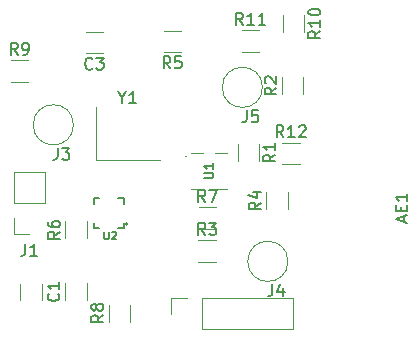
<source format=gbr>
%TF.GenerationSoftware,KiCad,Pcbnew,9.0.0*%
%TF.CreationDate,2025-03-07T11:03:18+01:00*%
%TF.ProjectId,PCB_rigide,5043425f-7269-4676-9964-652e6b696361,rev?*%
%TF.SameCoordinates,Original*%
%TF.FileFunction,Legend,Top*%
%TF.FilePolarity,Positive*%
%FSLAX46Y46*%
G04 Gerber Fmt 4.6, Leading zero omitted, Abs format (unit mm)*
G04 Created by KiCad (PCBNEW 9.0.0) date 2025-03-07 11:03:18*
%MOMM*%
%LPD*%
G01*
G04 APERTURE LIST*
%ADD10C,0.150000*%
%ADD11C,0.120000*%
%ADD12C,0.127000*%
%ADD13C,0.100000*%
G04 APERTURE END LIST*
D10*
X84059666Y-37387819D02*
X84059666Y-38102104D01*
X84059666Y-38102104D02*
X84012047Y-38244961D01*
X84012047Y-38244961D02*
X83916809Y-38340200D01*
X83916809Y-38340200D02*
X83773952Y-38387819D01*
X83773952Y-38387819D02*
X83678714Y-38387819D01*
X84440619Y-37387819D02*
X85059666Y-37387819D01*
X85059666Y-37387819D02*
X84726333Y-37768771D01*
X84726333Y-37768771D02*
X84869190Y-37768771D01*
X84869190Y-37768771D02*
X84964428Y-37816390D01*
X84964428Y-37816390D02*
X85012047Y-37864009D01*
X85012047Y-37864009D02*
X85059666Y-37959247D01*
X85059666Y-37959247D02*
X85059666Y-38197342D01*
X85059666Y-38197342D02*
X85012047Y-38292580D01*
X85012047Y-38292580D02*
X84964428Y-38340200D01*
X84964428Y-38340200D02*
X84869190Y-38387819D01*
X84869190Y-38387819D02*
X84583476Y-38387819D01*
X84583476Y-38387819D02*
X84488238Y-38340200D01*
X84488238Y-38340200D02*
X84440619Y-38292580D01*
X103177642Y-36480819D02*
X102844309Y-36004628D01*
X102606214Y-36480819D02*
X102606214Y-35480819D01*
X102606214Y-35480819D02*
X102987166Y-35480819D01*
X102987166Y-35480819D02*
X103082404Y-35528438D01*
X103082404Y-35528438D02*
X103130023Y-35576057D01*
X103130023Y-35576057D02*
X103177642Y-35671295D01*
X103177642Y-35671295D02*
X103177642Y-35814152D01*
X103177642Y-35814152D02*
X103130023Y-35909390D01*
X103130023Y-35909390D02*
X103082404Y-35957009D01*
X103082404Y-35957009D02*
X102987166Y-36004628D01*
X102987166Y-36004628D02*
X102606214Y-36004628D01*
X104130023Y-36480819D02*
X103558595Y-36480819D01*
X103844309Y-36480819D02*
X103844309Y-35480819D01*
X103844309Y-35480819D02*
X103749071Y-35623676D01*
X103749071Y-35623676D02*
X103653833Y-35718914D01*
X103653833Y-35718914D02*
X103558595Y-35766533D01*
X104510976Y-35576057D02*
X104558595Y-35528438D01*
X104558595Y-35528438D02*
X104653833Y-35480819D01*
X104653833Y-35480819D02*
X104891928Y-35480819D01*
X104891928Y-35480819D02*
X104987166Y-35528438D01*
X104987166Y-35528438D02*
X105034785Y-35576057D01*
X105034785Y-35576057D02*
X105082404Y-35671295D01*
X105082404Y-35671295D02*
X105082404Y-35766533D01*
X105082404Y-35766533D02*
X105034785Y-35909390D01*
X105034785Y-35909390D02*
X104463357Y-36480819D01*
X104463357Y-36480819D02*
X105082404Y-36480819D01*
X113386104Y-43630666D02*
X113386104Y-43154476D01*
X113671819Y-43725904D02*
X112671819Y-43392571D01*
X112671819Y-43392571D02*
X113671819Y-43059238D01*
X113148009Y-42725904D02*
X113148009Y-42392571D01*
X113671819Y-42249714D02*
X113671819Y-42725904D01*
X113671819Y-42725904D02*
X112671819Y-42725904D01*
X112671819Y-42725904D02*
X112671819Y-42249714D01*
X113671819Y-41297333D02*
X113671819Y-41868761D01*
X113671819Y-41583047D02*
X112671819Y-41583047D01*
X112671819Y-41583047D02*
X112814676Y-41678285D01*
X112814676Y-41678285D02*
X112909914Y-41773523D01*
X112909914Y-41773523D02*
X112957533Y-41868761D01*
X106287819Y-27505357D02*
X105811628Y-27838690D01*
X106287819Y-28076785D02*
X105287819Y-28076785D01*
X105287819Y-28076785D02*
X105287819Y-27695833D01*
X105287819Y-27695833D02*
X105335438Y-27600595D01*
X105335438Y-27600595D02*
X105383057Y-27552976D01*
X105383057Y-27552976D02*
X105478295Y-27505357D01*
X105478295Y-27505357D02*
X105621152Y-27505357D01*
X105621152Y-27505357D02*
X105716390Y-27552976D01*
X105716390Y-27552976D02*
X105764009Y-27600595D01*
X105764009Y-27600595D02*
X105811628Y-27695833D01*
X105811628Y-27695833D02*
X105811628Y-28076785D01*
X106287819Y-26552976D02*
X106287819Y-27124404D01*
X106287819Y-26838690D02*
X105287819Y-26838690D01*
X105287819Y-26838690D02*
X105430676Y-26933928D01*
X105430676Y-26933928D02*
X105525914Y-27029166D01*
X105525914Y-27029166D02*
X105573533Y-27124404D01*
X105287819Y-25933928D02*
X105287819Y-25838690D01*
X105287819Y-25838690D02*
X105335438Y-25743452D01*
X105335438Y-25743452D02*
X105383057Y-25695833D01*
X105383057Y-25695833D02*
X105478295Y-25648214D01*
X105478295Y-25648214D02*
X105668771Y-25600595D01*
X105668771Y-25600595D02*
X105906866Y-25600595D01*
X105906866Y-25600595D02*
X106097342Y-25648214D01*
X106097342Y-25648214D02*
X106192580Y-25695833D01*
X106192580Y-25695833D02*
X106240200Y-25743452D01*
X106240200Y-25743452D02*
X106287819Y-25838690D01*
X106287819Y-25838690D02*
X106287819Y-25933928D01*
X106287819Y-25933928D02*
X106240200Y-26029166D01*
X106240200Y-26029166D02*
X106192580Y-26076785D01*
X106192580Y-26076785D02*
X106097342Y-26124404D01*
X106097342Y-26124404D02*
X105906866Y-26172023D01*
X105906866Y-26172023D02*
X105668771Y-26172023D01*
X105668771Y-26172023D02*
X105478295Y-26124404D01*
X105478295Y-26124404D02*
X105383057Y-26076785D01*
X105383057Y-26076785D02*
X105335438Y-26029166D01*
X105335438Y-26029166D02*
X105287819Y-25933928D01*
X101250819Y-42015166D02*
X100774628Y-42348499D01*
X101250819Y-42586594D02*
X100250819Y-42586594D01*
X100250819Y-42586594D02*
X100250819Y-42205642D01*
X100250819Y-42205642D02*
X100298438Y-42110404D01*
X100298438Y-42110404D02*
X100346057Y-42062785D01*
X100346057Y-42062785D02*
X100441295Y-42015166D01*
X100441295Y-42015166D02*
X100584152Y-42015166D01*
X100584152Y-42015166D02*
X100679390Y-42062785D01*
X100679390Y-42062785D02*
X100727009Y-42110404D01*
X100727009Y-42110404D02*
X100774628Y-42205642D01*
X100774628Y-42205642D02*
X100774628Y-42586594D01*
X100584152Y-41158023D02*
X101250819Y-41158023D01*
X100203200Y-41396118D02*
X100917485Y-41634213D01*
X100917485Y-41634213D02*
X100917485Y-41015166D01*
X102477819Y-37947166D02*
X102001628Y-38280499D01*
X102477819Y-38518594D02*
X101477819Y-38518594D01*
X101477819Y-38518594D02*
X101477819Y-38137642D01*
X101477819Y-38137642D02*
X101525438Y-38042404D01*
X101525438Y-38042404D02*
X101573057Y-37994785D01*
X101573057Y-37994785D02*
X101668295Y-37947166D01*
X101668295Y-37947166D02*
X101811152Y-37947166D01*
X101811152Y-37947166D02*
X101906390Y-37994785D01*
X101906390Y-37994785D02*
X101954009Y-38042404D01*
X101954009Y-38042404D02*
X102001628Y-38137642D01*
X102001628Y-38137642D02*
X102001628Y-38518594D01*
X102477819Y-36994785D02*
X102477819Y-37566213D01*
X102477819Y-37280499D02*
X101477819Y-37280499D01*
X101477819Y-37280499D02*
X101620676Y-37375737D01*
X101620676Y-37375737D02*
X101715914Y-37470975D01*
X101715914Y-37470975D02*
X101763533Y-37566213D01*
X80666833Y-29495819D02*
X80333500Y-29019628D01*
X80095405Y-29495819D02*
X80095405Y-28495819D01*
X80095405Y-28495819D02*
X80476357Y-28495819D01*
X80476357Y-28495819D02*
X80571595Y-28543438D01*
X80571595Y-28543438D02*
X80619214Y-28591057D01*
X80619214Y-28591057D02*
X80666833Y-28686295D01*
X80666833Y-28686295D02*
X80666833Y-28829152D01*
X80666833Y-28829152D02*
X80619214Y-28924390D01*
X80619214Y-28924390D02*
X80571595Y-28972009D01*
X80571595Y-28972009D02*
X80476357Y-29019628D01*
X80476357Y-29019628D02*
X80095405Y-29019628D01*
X81143024Y-29495819D02*
X81333500Y-29495819D01*
X81333500Y-29495819D02*
X81428738Y-29448200D01*
X81428738Y-29448200D02*
X81476357Y-29400580D01*
X81476357Y-29400580D02*
X81571595Y-29257723D01*
X81571595Y-29257723D02*
X81619214Y-29067247D01*
X81619214Y-29067247D02*
X81619214Y-28686295D01*
X81619214Y-28686295D02*
X81571595Y-28591057D01*
X81571595Y-28591057D02*
X81523976Y-28543438D01*
X81523976Y-28543438D02*
X81428738Y-28495819D01*
X81428738Y-28495819D02*
X81238262Y-28495819D01*
X81238262Y-28495819D02*
X81143024Y-28543438D01*
X81143024Y-28543438D02*
X81095405Y-28591057D01*
X81095405Y-28591057D02*
X81047786Y-28686295D01*
X81047786Y-28686295D02*
X81047786Y-28924390D01*
X81047786Y-28924390D02*
X81095405Y-29019628D01*
X81095405Y-29019628D02*
X81143024Y-29067247D01*
X81143024Y-29067247D02*
X81238262Y-29114866D01*
X81238262Y-29114866D02*
X81428738Y-29114866D01*
X81428738Y-29114866D02*
X81523976Y-29067247D01*
X81523976Y-29067247D02*
X81571595Y-29019628D01*
X81571595Y-29019628D02*
X81619214Y-28924390D01*
X84107580Y-49735166D02*
X84155200Y-49782785D01*
X84155200Y-49782785D02*
X84202819Y-49925642D01*
X84202819Y-49925642D02*
X84202819Y-50020880D01*
X84202819Y-50020880D02*
X84155200Y-50163737D01*
X84155200Y-50163737D02*
X84059961Y-50258975D01*
X84059961Y-50258975D02*
X83964723Y-50306594D01*
X83964723Y-50306594D02*
X83774247Y-50354213D01*
X83774247Y-50354213D02*
X83631390Y-50354213D01*
X83631390Y-50354213D02*
X83440914Y-50306594D01*
X83440914Y-50306594D02*
X83345676Y-50258975D01*
X83345676Y-50258975D02*
X83250438Y-50163737D01*
X83250438Y-50163737D02*
X83202819Y-50020880D01*
X83202819Y-50020880D02*
X83202819Y-49925642D01*
X83202819Y-49925642D02*
X83250438Y-49782785D01*
X83250438Y-49782785D02*
X83298057Y-49735166D01*
X84202819Y-48782785D02*
X84202819Y-49354213D01*
X84202819Y-49068499D02*
X83202819Y-49068499D01*
X83202819Y-49068499D02*
X83345676Y-49163737D01*
X83345676Y-49163737D02*
X83440914Y-49258975D01*
X83440914Y-49258975D02*
X83488533Y-49354213D01*
X87915819Y-51540166D02*
X87439628Y-51873499D01*
X87915819Y-52111594D02*
X86915819Y-52111594D01*
X86915819Y-52111594D02*
X86915819Y-51730642D01*
X86915819Y-51730642D02*
X86963438Y-51635404D01*
X86963438Y-51635404D02*
X87011057Y-51587785D01*
X87011057Y-51587785D02*
X87106295Y-51540166D01*
X87106295Y-51540166D02*
X87249152Y-51540166D01*
X87249152Y-51540166D02*
X87344390Y-51587785D01*
X87344390Y-51587785D02*
X87392009Y-51635404D01*
X87392009Y-51635404D02*
X87439628Y-51730642D01*
X87439628Y-51730642D02*
X87439628Y-52111594D01*
X87344390Y-50968737D02*
X87296771Y-51063975D01*
X87296771Y-51063975D02*
X87249152Y-51111594D01*
X87249152Y-51111594D02*
X87153914Y-51159213D01*
X87153914Y-51159213D02*
X87106295Y-51159213D01*
X87106295Y-51159213D02*
X87011057Y-51111594D01*
X87011057Y-51111594D02*
X86963438Y-51063975D01*
X86963438Y-51063975D02*
X86915819Y-50968737D01*
X86915819Y-50968737D02*
X86915819Y-50778261D01*
X86915819Y-50778261D02*
X86963438Y-50683023D01*
X86963438Y-50683023D02*
X87011057Y-50635404D01*
X87011057Y-50635404D02*
X87106295Y-50587785D01*
X87106295Y-50587785D02*
X87153914Y-50587785D01*
X87153914Y-50587785D02*
X87249152Y-50635404D01*
X87249152Y-50635404D02*
X87296771Y-50683023D01*
X87296771Y-50683023D02*
X87344390Y-50778261D01*
X87344390Y-50778261D02*
X87344390Y-50968737D01*
X87344390Y-50968737D02*
X87392009Y-51063975D01*
X87392009Y-51063975D02*
X87439628Y-51111594D01*
X87439628Y-51111594D02*
X87534866Y-51159213D01*
X87534866Y-51159213D02*
X87725342Y-51159213D01*
X87725342Y-51159213D02*
X87820580Y-51111594D01*
X87820580Y-51111594D02*
X87868200Y-51063975D01*
X87868200Y-51063975D02*
X87915819Y-50968737D01*
X87915819Y-50968737D02*
X87915819Y-50778261D01*
X87915819Y-50778261D02*
X87868200Y-50683023D01*
X87868200Y-50683023D02*
X87820580Y-50635404D01*
X87820580Y-50635404D02*
X87725342Y-50587785D01*
X87725342Y-50587785D02*
X87534866Y-50587785D01*
X87534866Y-50587785D02*
X87439628Y-50635404D01*
X87439628Y-50635404D02*
X87392009Y-50683023D01*
X87392009Y-50683023D02*
X87344390Y-50778261D01*
X84232819Y-44489666D02*
X83756628Y-44822999D01*
X84232819Y-45061094D02*
X83232819Y-45061094D01*
X83232819Y-45061094D02*
X83232819Y-44680142D01*
X83232819Y-44680142D02*
X83280438Y-44584904D01*
X83280438Y-44584904D02*
X83328057Y-44537285D01*
X83328057Y-44537285D02*
X83423295Y-44489666D01*
X83423295Y-44489666D02*
X83566152Y-44489666D01*
X83566152Y-44489666D02*
X83661390Y-44537285D01*
X83661390Y-44537285D02*
X83709009Y-44584904D01*
X83709009Y-44584904D02*
X83756628Y-44680142D01*
X83756628Y-44680142D02*
X83756628Y-45061094D01*
X83232819Y-43632523D02*
X83232819Y-43822999D01*
X83232819Y-43822999D02*
X83280438Y-43918237D01*
X83280438Y-43918237D02*
X83328057Y-43965856D01*
X83328057Y-43965856D02*
X83470914Y-44061094D01*
X83470914Y-44061094D02*
X83661390Y-44108713D01*
X83661390Y-44108713D02*
X84042342Y-44108713D01*
X84042342Y-44108713D02*
X84137580Y-44061094D01*
X84137580Y-44061094D02*
X84185200Y-44013475D01*
X84185200Y-44013475D02*
X84232819Y-43918237D01*
X84232819Y-43918237D02*
X84232819Y-43727761D01*
X84232819Y-43727761D02*
X84185200Y-43632523D01*
X84185200Y-43632523D02*
X84137580Y-43584904D01*
X84137580Y-43584904D02*
X84042342Y-43537285D01*
X84042342Y-43537285D02*
X83804247Y-43537285D01*
X83804247Y-43537285D02*
X83709009Y-43584904D01*
X83709009Y-43584904D02*
X83661390Y-43632523D01*
X83661390Y-43632523D02*
X83613771Y-43727761D01*
X83613771Y-43727761D02*
X83613771Y-43918237D01*
X83613771Y-43918237D02*
X83661390Y-44013475D01*
X83661390Y-44013475D02*
X83709009Y-44061094D01*
X83709009Y-44061094D02*
X83804247Y-44108713D01*
X96545833Y-41941819D02*
X96212500Y-41465628D01*
X95974405Y-41941819D02*
X95974405Y-40941819D01*
X95974405Y-40941819D02*
X96355357Y-40941819D01*
X96355357Y-40941819D02*
X96450595Y-40989438D01*
X96450595Y-40989438D02*
X96498214Y-41037057D01*
X96498214Y-41037057D02*
X96545833Y-41132295D01*
X96545833Y-41132295D02*
X96545833Y-41275152D01*
X96545833Y-41275152D02*
X96498214Y-41370390D01*
X96498214Y-41370390D02*
X96450595Y-41418009D01*
X96450595Y-41418009D02*
X96355357Y-41465628D01*
X96355357Y-41465628D02*
X95974405Y-41465628D01*
X96879167Y-40941819D02*
X97545833Y-40941819D01*
X97545833Y-40941819D02*
X97117262Y-41941819D01*
X102571619Y-32286966D02*
X102095428Y-32620299D01*
X102571619Y-32858394D02*
X101571619Y-32858394D01*
X101571619Y-32858394D02*
X101571619Y-32477442D01*
X101571619Y-32477442D02*
X101619238Y-32382204D01*
X101619238Y-32382204D02*
X101666857Y-32334585D01*
X101666857Y-32334585D02*
X101762095Y-32286966D01*
X101762095Y-32286966D02*
X101904952Y-32286966D01*
X101904952Y-32286966D02*
X102000190Y-32334585D01*
X102000190Y-32334585D02*
X102047809Y-32382204D01*
X102047809Y-32382204D02*
X102095428Y-32477442D01*
X102095428Y-32477442D02*
X102095428Y-32858394D01*
X101666857Y-31906013D02*
X101619238Y-31858394D01*
X101619238Y-31858394D02*
X101571619Y-31763156D01*
X101571619Y-31763156D02*
X101571619Y-31525061D01*
X101571619Y-31525061D02*
X101619238Y-31429823D01*
X101619238Y-31429823D02*
X101666857Y-31382204D01*
X101666857Y-31382204D02*
X101762095Y-31334585D01*
X101762095Y-31334585D02*
X101857333Y-31334585D01*
X101857333Y-31334585D02*
X102000190Y-31382204D01*
X102000190Y-31382204D02*
X102571619Y-31953632D01*
X102571619Y-31953632D02*
X102571619Y-31334585D01*
X93597833Y-30646619D02*
X93264500Y-30170428D01*
X93026405Y-30646619D02*
X93026405Y-29646619D01*
X93026405Y-29646619D02*
X93407357Y-29646619D01*
X93407357Y-29646619D02*
X93502595Y-29694238D01*
X93502595Y-29694238D02*
X93550214Y-29741857D01*
X93550214Y-29741857D02*
X93597833Y-29837095D01*
X93597833Y-29837095D02*
X93597833Y-29979952D01*
X93597833Y-29979952D02*
X93550214Y-30075190D01*
X93550214Y-30075190D02*
X93502595Y-30122809D01*
X93502595Y-30122809D02*
X93407357Y-30170428D01*
X93407357Y-30170428D02*
X93026405Y-30170428D01*
X94502595Y-29646619D02*
X94026405Y-29646619D01*
X94026405Y-29646619D02*
X93978786Y-30122809D01*
X93978786Y-30122809D02*
X94026405Y-30075190D01*
X94026405Y-30075190D02*
X94121643Y-30027571D01*
X94121643Y-30027571D02*
X94359738Y-30027571D01*
X94359738Y-30027571D02*
X94454976Y-30075190D01*
X94454976Y-30075190D02*
X94502595Y-30122809D01*
X94502595Y-30122809D02*
X94550214Y-30218047D01*
X94550214Y-30218047D02*
X94550214Y-30456142D01*
X94550214Y-30456142D02*
X94502595Y-30551380D01*
X94502595Y-30551380D02*
X94454976Y-30599000D01*
X94454976Y-30599000D02*
X94359738Y-30646619D01*
X94359738Y-30646619D02*
X94121643Y-30646619D01*
X94121643Y-30646619D02*
X94026405Y-30599000D01*
X94026405Y-30599000D02*
X93978786Y-30551380D01*
X89513809Y-33130628D02*
X89513809Y-33606819D01*
X89180476Y-32606819D02*
X89513809Y-33130628D01*
X89513809Y-33130628D02*
X89847142Y-32606819D01*
X90704285Y-33606819D02*
X90132857Y-33606819D01*
X90418571Y-33606819D02*
X90418571Y-32606819D01*
X90418571Y-32606819D02*
X90323333Y-32749676D01*
X90323333Y-32749676D02*
X90228095Y-32844914D01*
X90228095Y-32844914D02*
X90132857Y-32892533D01*
X81327666Y-45531819D02*
X81327666Y-46246104D01*
X81327666Y-46246104D02*
X81280047Y-46388961D01*
X81280047Y-46388961D02*
X81184809Y-46484200D01*
X81184809Y-46484200D02*
X81041952Y-46531819D01*
X81041952Y-46531819D02*
X80946714Y-46531819D01*
X82327666Y-46531819D02*
X81756238Y-46531819D01*
X82041952Y-46531819D02*
X82041952Y-45531819D01*
X82041952Y-45531819D02*
X81946714Y-45674676D01*
X81946714Y-45674676D02*
X81851476Y-45769914D01*
X81851476Y-45769914D02*
X81756238Y-45817533D01*
X88008380Y-44471676D02*
X88008380Y-44989771D01*
X88008380Y-44989771D02*
X88038857Y-45050723D01*
X88038857Y-45050723D02*
X88069333Y-45081200D01*
X88069333Y-45081200D02*
X88130285Y-45111676D01*
X88130285Y-45111676D02*
X88252190Y-45111676D01*
X88252190Y-45111676D02*
X88313142Y-45081200D01*
X88313142Y-45081200D02*
X88343619Y-45050723D01*
X88343619Y-45050723D02*
X88374095Y-44989771D01*
X88374095Y-44989771D02*
X88374095Y-44471676D01*
X88648380Y-44532628D02*
X88678856Y-44502152D01*
X88678856Y-44502152D02*
X88739809Y-44471676D01*
X88739809Y-44471676D02*
X88892190Y-44471676D01*
X88892190Y-44471676D02*
X88953142Y-44502152D01*
X88953142Y-44502152D02*
X88983618Y-44532628D01*
X88983618Y-44532628D02*
X89014095Y-44593580D01*
X89014095Y-44593580D02*
X89014095Y-44654533D01*
X89014095Y-44654533D02*
X88983618Y-44745961D01*
X88983618Y-44745961D02*
X88617904Y-45111676D01*
X88617904Y-45111676D02*
X89014095Y-45111676D01*
X100061666Y-34212819D02*
X100061666Y-34927104D01*
X100061666Y-34927104D02*
X100014047Y-35069961D01*
X100014047Y-35069961D02*
X99918809Y-35165200D01*
X99918809Y-35165200D02*
X99775952Y-35212819D01*
X99775952Y-35212819D02*
X99680714Y-35212819D01*
X101014047Y-34212819D02*
X100537857Y-34212819D01*
X100537857Y-34212819D02*
X100490238Y-34689009D01*
X100490238Y-34689009D02*
X100537857Y-34641390D01*
X100537857Y-34641390D02*
X100633095Y-34593771D01*
X100633095Y-34593771D02*
X100871190Y-34593771D01*
X100871190Y-34593771D02*
X100966428Y-34641390D01*
X100966428Y-34641390D02*
X101014047Y-34689009D01*
X101014047Y-34689009D02*
X101061666Y-34784247D01*
X101061666Y-34784247D02*
X101061666Y-35022342D01*
X101061666Y-35022342D02*
X101014047Y-35117580D01*
X101014047Y-35117580D02*
X100966428Y-35165200D01*
X100966428Y-35165200D02*
X100871190Y-35212819D01*
X100871190Y-35212819D02*
X100633095Y-35212819D01*
X100633095Y-35212819D02*
X100537857Y-35165200D01*
X100537857Y-35165200D02*
X100490238Y-35117580D01*
X96541833Y-44735819D02*
X96208500Y-44259628D01*
X95970405Y-44735819D02*
X95970405Y-43735819D01*
X95970405Y-43735819D02*
X96351357Y-43735819D01*
X96351357Y-43735819D02*
X96446595Y-43783438D01*
X96446595Y-43783438D02*
X96494214Y-43831057D01*
X96494214Y-43831057D02*
X96541833Y-43926295D01*
X96541833Y-43926295D02*
X96541833Y-44069152D01*
X96541833Y-44069152D02*
X96494214Y-44164390D01*
X96494214Y-44164390D02*
X96446595Y-44212009D01*
X96446595Y-44212009D02*
X96351357Y-44259628D01*
X96351357Y-44259628D02*
X95970405Y-44259628D01*
X96875167Y-43735819D02*
X97494214Y-43735819D01*
X97494214Y-43735819D02*
X97160881Y-44116771D01*
X97160881Y-44116771D02*
X97303738Y-44116771D01*
X97303738Y-44116771D02*
X97398976Y-44164390D01*
X97398976Y-44164390D02*
X97446595Y-44212009D01*
X97446595Y-44212009D02*
X97494214Y-44307247D01*
X97494214Y-44307247D02*
X97494214Y-44545342D01*
X97494214Y-44545342D02*
X97446595Y-44640580D01*
X97446595Y-44640580D02*
X97398976Y-44688200D01*
X97398976Y-44688200D02*
X97303738Y-44735819D01*
X97303738Y-44735819D02*
X97018024Y-44735819D01*
X97018024Y-44735819D02*
X96922786Y-44688200D01*
X96922786Y-44688200D02*
X96875167Y-44640580D01*
X102220666Y-48944819D02*
X102220666Y-49659104D01*
X102220666Y-49659104D02*
X102173047Y-49801961D01*
X102173047Y-49801961D02*
X102077809Y-49897200D01*
X102077809Y-49897200D02*
X101934952Y-49944819D01*
X101934952Y-49944819D02*
X101839714Y-49944819D01*
X103125428Y-49278152D02*
X103125428Y-49944819D01*
X102887333Y-48897200D02*
X102649238Y-49611485D01*
X102649238Y-49611485D02*
X103268285Y-49611485D01*
X96448665Y-39921725D02*
X97086086Y-39921725D01*
X97086086Y-39921725D02*
X97161076Y-39884230D01*
X97161076Y-39884230D02*
X97198572Y-39846734D01*
X97198572Y-39846734D02*
X97236067Y-39771744D01*
X97236067Y-39771744D02*
X97236067Y-39621762D01*
X97236067Y-39621762D02*
X97198572Y-39546772D01*
X97198572Y-39546772D02*
X97161076Y-39509276D01*
X97161076Y-39509276D02*
X97086086Y-39471781D01*
X97086086Y-39471781D02*
X96448665Y-39471781D01*
X97236067Y-38684379D02*
X97236067Y-39134323D01*
X97236067Y-38909351D02*
X96448665Y-38909351D01*
X96448665Y-38909351D02*
X96561151Y-38984342D01*
X96561151Y-38984342D02*
X96636142Y-39059333D01*
X96636142Y-39059333D02*
X96673637Y-39134323D01*
X86993833Y-30657580D02*
X86946214Y-30705200D01*
X86946214Y-30705200D02*
X86803357Y-30752819D01*
X86803357Y-30752819D02*
X86708119Y-30752819D01*
X86708119Y-30752819D02*
X86565262Y-30705200D01*
X86565262Y-30705200D02*
X86470024Y-30609961D01*
X86470024Y-30609961D02*
X86422405Y-30514723D01*
X86422405Y-30514723D02*
X86374786Y-30324247D01*
X86374786Y-30324247D02*
X86374786Y-30181390D01*
X86374786Y-30181390D02*
X86422405Y-29990914D01*
X86422405Y-29990914D02*
X86470024Y-29895676D01*
X86470024Y-29895676D02*
X86565262Y-29800438D01*
X86565262Y-29800438D02*
X86708119Y-29752819D01*
X86708119Y-29752819D02*
X86803357Y-29752819D01*
X86803357Y-29752819D02*
X86946214Y-29800438D01*
X86946214Y-29800438D02*
X86993833Y-29848057D01*
X87327167Y-29752819D02*
X87946214Y-29752819D01*
X87946214Y-29752819D02*
X87612881Y-30133771D01*
X87612881Y-30133771D02*
X87755738Y-30133771D01*
X87755738Y-30133771D02*
X87850976Y-30181390D01*
X87850976Y-30181390D02*
X87898595Y-30229009D01*
X87898595Y-30229009D02*
X87946214Y-30324247D01*
X87946214Y-30324247D02*
X87946214Y-30562342D01*
X87946214Y-30562342D02*
X87898595Y-30657580D01*
X87898595Y-30657580D02*
X87850976Y-30705200D01*
X87850976Y-30705200D02*
X87755738Y-30752819D01*
X87755738Y-30752819D02*
X87470024Y-30752819D01*
X87470024Y-30752819D02*
X87374786Y-30705200D01*
X87374786Y-30705200D02*
X87327167Y-30657580D01*
X99748642Y-26955819D02*
X99415309Y-26479628D01*
X99177214Y-26955819D02*
X99177214Y-25955819D01*
X99177214Y-25955819D02*
X99558166Y-25955819D01*
X99558166Y-25955819D02*
X99653404Y-26003438D01*
X99653404Y-26003438D02*
X99701023Y-26051057D01*
X99701023Y-26051057D02*
X99748642Y-26146295D01*
X99748642Y-26146295D02*
X99748642Y-26289152D01*
X99748642Y-26289152D02*
X99701023Y-26384390D01*
X99701023Y-26384390D02*
X99653404Y-26432009D01*
X99653404Y-26432009D02*
X99558166Y-26479628D01*
X99558166Y-26479628D02*
X99177214Y-26479628D01*
X100701023Y-26955819D02*
X100129595Y-26955819D01*
X100415309Y-26955819D02*
X100415309Y-25955819D01*
X100415309Y-25955819D02*
X100320071Y-26098676D01*
X100320071Y-26098676D02*
X100224833Y-26193914D01*
X100224833Y-26193914D02*
X100129595Y-26241533D01*
X101653404Y-26955819D02*
X101081976Y-26955819D01*
X101367690Y-26955819D02*
X101367690Y-25955819D01*
X101367690Y-25955819D02*
X101272452Y-26098676D01*
X101272452Y-26098676D02*
X101177214Y-26193914D01*
X101177214Y-26193914D02*
X101081976Y-26241533D01*
D11*
%TO.C,J3*%
X85393000Y-35433000D02*
G75*
G02*
X81993000Y-35433000I-1700000J0D01*
G01*
X81993000Y-35433000D02*
G75*
G02*
X85393000Y-35433000I1700000J0D01*
G01*
%TO.C,R12*%
X103093436Y-36936000D02*
X104547564Y-36936000D01*
X103093436Y-38756000D02*
X104547564Y-38756000D01*
%TO.C,R10*%
X103103000Y-26135436D02*
X103103000Y-27589564D01*
X104923000Y-26135436D02*
X104923000Y-27589564D01*
%TO.C,R4*%
X103526000Y-42575564D02*
X103526000Y-41121436D01*
X101706000Y-42575564D02*
X101706000Y-41121436D01*
%TO.C,R1*%
X99293000Y-37053436D02*
X99293000Y-38507564D01*
X101113000Y-37053436D02*
X101113000Y-38507564D01*
%TO.C,R9*%
X80106436Y-29951000D02*
X81560564Y-29951000D01*
X80106436Y-31771000D02*
X81560564Y-31771000D01*
%TO.C,C1*%
X86508000Y-50279752D02*
X86508000Y-48857248D01*
X84688000Y-50279752D02*
X84688000Y-48857248D01*
%TO.C,R8*%
X88371000Y-52100564D02*
X88371000Y-50646436D01*
X90191000Y-52100564D02*
X90191000Y-50646436D01*
%TO.C,R6*%
X84688000Y-45050064D02*
X84688000Y-43595936D01*
X86508000Y-45050064D02*
X86508000Y-43595936D01*
%TO.C,J2*%
X103946000Y-52739600D02*
X103946000Y-50079600D01*
X96266000Y-52739600D02*
X103946000Y-52739600D01*
X96266000Y-52739600D02*
X96266000Y-50079600D01*
X96266000Y-50079600D02*
X103946000Y-50079600D01*
X93666000Y-51409600D02*
X93666000Y-50079600D01*
X93666000Y-50079600D02*
X94996000Y-50079600D01*
%TO.C,R7*%
X95985436Y-42397000D02*
X97439564Y-42397000D01*
X95985436Y-44217000D02*
X97439564Y-44217000D01*
%TO.C,R2*%
X103026800Y-32847364D02*
X103026800Y-31393236D01*
X104846800Y-32847364D02*
X104846800Y-31393236D01*
%TO.C,R5*%
X94491564Y-27461800D02*
X93037436Y-27461800D01*
X94491564Y-29281800D02*
X93037436Y-29281800D01*
%TO.C,Y1*%
X87290000Y-33952000D02*
X87290000Y-38452000D01*
X87290000Y-38452000D02*
X92690000Y-38452000D01*
%TO.C,J1*%
X80331000Y-42037000D02*
X80331000Y-39437000D01*
X80331000Y-44637000D02*
X80331000Y-43307000D01*
X81661000Y-44637000D02*
X80331000Y-44637000D01*
X82991000Y-39437000D02*
X80331000Y-39437000D01*
X82991000Y-42037000D02*
X80331000Y-42037000D01*
X82991000Y-42037000D02*
X82991000Y-39437000D01*
D12*
%TO.C,U2*%
X87118000Y-41669000D02*
X87118000Y-42139000D01*
X87118000Y-41669000D02*
X87588000Y-41669000D01*
X87118000Y-44209000D02*
X87118000Y-43739000D01*
X87118000Y-44209000D02*
X87588000Y-44209000D01*
X89658000Y-41669000D02*
X89188000Y-41669000D01*
X89658000Y-41669000D02*
X89658000Y-42139000D01*
X89658000Y-44209000D02*
X89188000Y-44209000D01*
X89658000Y-44209000D02*
X89658000Y-43739000D01*
D10*
X89963000Y-43839000D02*
G75*
G02*
X89813000Y-43839000I-75000J0D01*
G01*
X89813000Y-43839000D02*
G75*
G02*
X89963000Y-43839000I75000J0D01*
G01*
D11*
%TO.C,C2*%
X80878000Y-50304352D02*
X80878000Y-48881848D01*
X82698000Y-50304352D02*
X82698000Y-48881848D01*
%TO.C,J5*%
X101395000Y-32258000D02*
G75*
G02*
X97995000Y-32258000I-1700000J0D01*
G01*
X97995000Y-32258000D02*
G75*
G02*
X101395000Y-32258000I1700000J0D01*
G01*
%TO.C,R3*%
X95981436Y-45191000D02*
X97435564Y-45191000D01*
X95981436Y-47011000D02*
X97435564Y-47011000D01*
%TO.C,J4*%
X103554000Y-46990000D02*
G75*
G02*
X100154000Y-46990000I-1700000J0D01*
G01*
X100154000Y-46990000D02*
G75*
G02*
X103554000Y-46990000I1700000J0D01*
G01*
%TO.C,U1*%
X95349600Y-37791800D02*
X95349600Y-37791800D01*
X95349600Y-40851800D02*
X95349600Y-40851800D01*
X95349600Y-40851800D02*
X96389600Y-40851800D01*
X96389600Y-37791800D02*
X95349600Y-37791800D01*
X97369600Y-40851800D02*
X98409600Y-40851800D01*
X98409600Y-37791800D02*
X97369600Y-37791800D01*
X98409600Y-37791800D02*
X98409600Y-37791800D01*
X98409600Y-40851800D02*
X98409600Y-40851800D01*
D13*
X94949600Y-38121800D02*
G75*
G02*
X94849600Y-38121800I-50000J0D01*
G01*
X94849600Y-38121800D02*
G75*
G02*
X94949600Y-38121800I50000J0D01*
G01*
D11*
%TO.C,C3*%
X87871752Y-27538000D02*
X86449248Y-27538000D01*
X87871752Y-29358000D02*
X86449248Y-29358000D01*
%TO.C,R11*%
X99664436Y-27411000D02*
X101118564Y-27411000D01*
X99664436Y-29231000D02*
X101118564Y-29231000D01*
%TD*%
M02*

</source>
